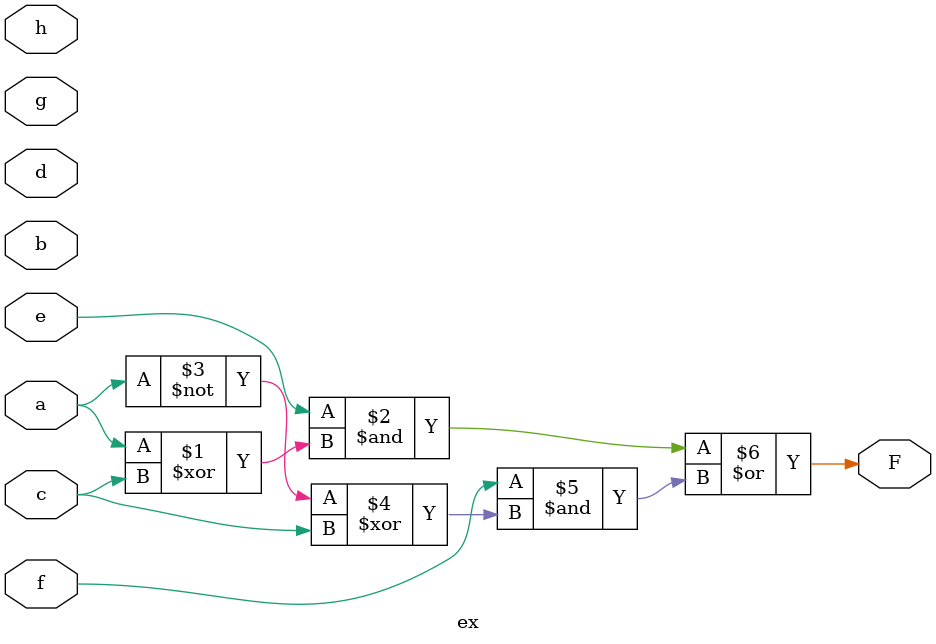
<source format=v>

module ex ( 
    a, b, c, d, e, f, g, h,
    F  );
  input  a, b, c, d, e, f, g, h;
  output F;
  assign F = (e & (a ^ c)) | (f & (~a ^ c));
endmodule



</source>
